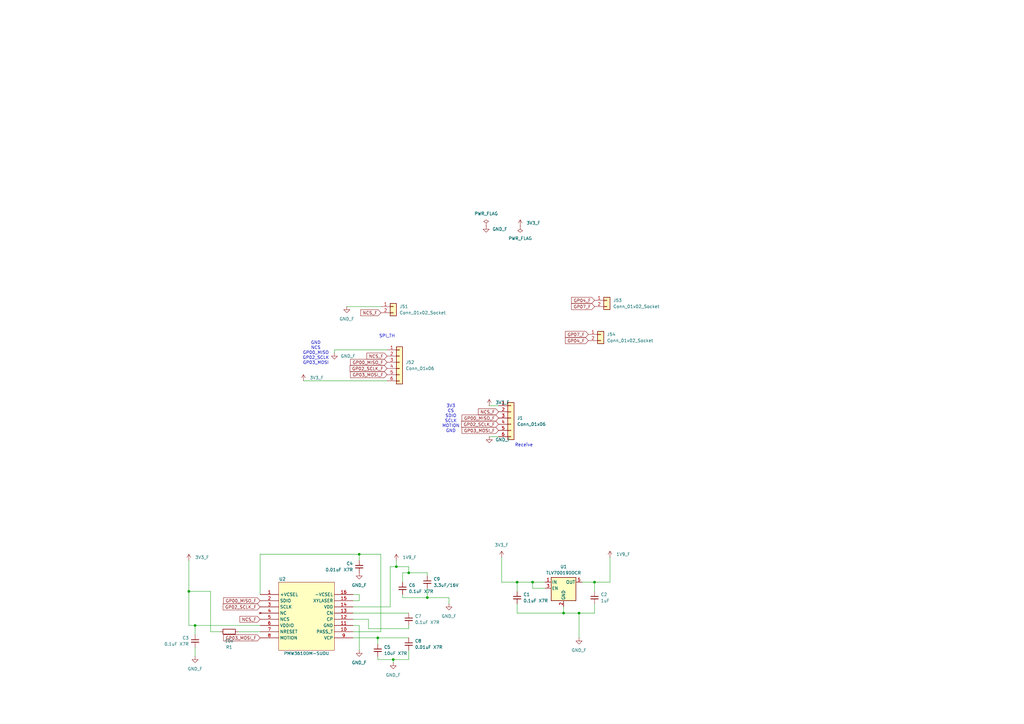
<source format=kicad_sch>
(kicad_sch (version 20250114) (generator "eeschema") (generator_version "9.0")
  (paper "A3")
  (lib_symbols
    (symbol "Connector_Generic:Conn_01x02" (pin_names (offset 1.016) (hide yes))
      (property "Reference" "J" (at 0 2.54 0))
      (property "Value" "Conn_01x02" (at 0 -5.08 0))
      (symbol "Conn_01x02_1_1"
        (rectangle (start -1.27 1.27) (end 1.27 -3.81) (stroke (width 0.254)) (fill (type background)))
        (rectangle (start -1.27 0.127) (end 0 -0.127) (stroke (width 0.1524)))
        (rectangle (start -1.27 -2.413) (end 0 -2.667) (stroke (width 0.1524)))
        (pin passive line (at -5.08 0 0) (length 3.81) (name "Pin_1") (number "1"))
        (pin passive line (at -5.08 -2.54 0) (length 3.81) (name "Pin_2") (number "2"))
      )
    )
    (symbol "Connector_Generic:Conn_01x06" (pin_names (offset 1.016) (hide yes))
      (property "Reference" "J" (at 0 7.62 0))
      (property "Value" "Conn_01x06" (at 0 -10.16 0))
      (symbol "Conn_01x06_1_1"
        (rectangle (start -1.27 6.35) (end 1.27 -8.89) (stroke (width 0.254)) (fill (type background)))
        (rectangle (start -1.27 5.207) (end 0 4.953) (stroke (width 0.1524)))
        (rectangle (start -1.27 2.667) (end 0 2.413) (stroke (width 0.1524)))
        (rectangle (start -1.27 0.127) (end 0 -0.127) (stroke (width 0.1524)))
        (rectangle (start -1.27 -2.413) (end 0 -2.667) (stroke (width 0.1524)))
        (rectangle (start -1.27 -4.953) (end 0 -5.207) (stroke (width 0.1524)))
        (rectangle (start -1.27 -7.493) (end 0 -7.747) (stroke (width 0.1524)))
        (pin passive line (at -5.08 5.08 0) (length 3.81) (name "Pin_1") (number "1"))
        (pin passive line (at -5.08 2.54 0) (length 3.81) (name "Pin_2") (number "2"))
        (pin passive line (at -5.08 0 0) (length 3.81) (name "Pin_3") (number "3"))
        (pin passive line (at -5.08 -2.54 0) (length 3.81) (name "Pin_4") (number "4"))
        (pin passive line (at -5.08 -5.08 0) (length 3.81) (name "Pin_5") (number "5"))
        (pin passive line (at -5.08 -7.62 0) (length 3.81) (name "Pin_6") (number "6"))
      )
    )
    (symbol "Device:C_Small" (pin_numbers (hide yes)) (pin_names (offset 0.254) (hide yes))
      (property "Reference" "C" (at 0.254 1.778 0))
      (property "Value" "C_Small" (at 0.254 -2.032 0))
      (symbol "C_Small_0_1"
        (polyline (pts (xy -1.524 0.508) (xy 1.524 0.508)) (stroke (width 0.3048)))
        (polyline (pts (xy -1.524 -0.508) (xy 1.524 -0.508)) (stroke (width 0.3302)))
      )
      (symbol "C_Small_1_1"
        (pin passive line (at 0 2.54 270) (length 2.032) (name "~") (number "1"))
        (pin passive line (at 0 -2.54 90) (length 2.032) (name "~") (number "2"))
      )
    )
    (symbol "Device:R" (pin_numbers (hide yes)) (pin_names (offset 0))
      (property "Reference" "R" (at 2.032 0 90))
      (property "Value" "R" (at 0 0 90))
      (symbol "R_0_1"
        (rectangle (start -1.016 -2.54) (end 1.016 2.54) (stroke (width 0.254)))
      )
      (symbol "R_1_1"
        (pin passive line (at 0 3.81 270) (length 1.27) (name "~") (number "1"))
        (pin passive line (at 0 -3.81 90) (length 1.27) (name "~") (number "2"))
      )
    )
    (symbol "Regulator_Linear:TLV70019_SOT23-5" (pin_names (offset 0.254))
      (property "Reference" "U" (at -3.81 5.715 0))
      (property "Value" "TLV70019_SOT23-5" (at 0 5.715 0))
      (symbol "TLV70019_SOT23-5_0_1"
        (rectangle (start -5.08 4.445) (end 5.08 -5.08) (stroke (width 0.254)) (fill (type background)))
      )
      (symbol "TLV70019_SOT23-5_1_1"
        (pin power_in line (at -7.62 2.54 0) (length 2.54) (name "IN") (number "1"))
        (pin input line (at -7.62 0 0) (length 2.54) (name "EN") (number "3"))
        (pin power_in line (at 0 -7.62 90) (length 2.54) (name "GND") (number "2"))
        (pin no_connect line (at 5.08 0 180) (length 2.54) (hide yes) (name "NC") (number "4"))
        (pin power_out line (at 7.62 2.54 180) (length 2.54) (name "OUT") (number "5"))
      )
    )
    (symbol "power:+1V8" (power) (pin_numbers (hide yes)) (pin_names (offset 0) (hide yes))
      (property "Value" "+1V8" (at 0 3.556 0))
      (symbol "+1V8_0_1"
        (polyline (pts (xy -0.762 1.27) (xy 0 2.54)))
        (polyline (pts (xy 0 2.54) (xy 0.762 1.27)))
        (polyline (pts (xy 0 0) (xy 0 2.54)))
      )
      (symbol "+1V8_1_1"
        (pin power_in line (at 0 0 90) (length 0) (name "~") (number "1"))
      )
    )
    (symbol "power:+3.3V" (power) (pin_numbers (hide yes)) (pin_names (offset 0) (hide yes))
      (property "Value" "+3.3V" (at 0 3.556 0))
      (symbol "+3.3V_0_1"
        (polyline (pts (xy -0.762 1.27) (xy 0 2.54)))
        (polyline (pts (xy 0 2.54) (xy 0.762 1.27)))
        (polyline (pts (xy 0 0) (xy 0 2.54)))
      )
      (symbol "+3.3V_1_1"
        (pin power_in line (at 0 0 90) (length 0) (name "~") (number "1"))
      )
    )
    (symbol "power:GND" (power) (pin_numbers (hide yes)) (pin_names (offset 0) (hide yes))
      (property "Value" "GND" (at 0 -3.81 0))
      (symbol "GND_0_1"
        (polyline (pts (xy 0 0) (xy 0 -1.27) (xy 1.27 -1.27) (xy 0 -2.54) (xy -1.27 -1.27) (xy 0 -1.27)))
      )
      (symbol "GND_1_1"
        (pin power_in line (at 0 0 270) (length 0) (name "~") (number "1"))
      )
    )
    (symbol "power:PWR_FLAG" (power) (pin_numbers (hide yes)) (pin_names (offset 0) (hide yes))
      (property "Value" "PWR_FLAG" (at 0 3.81 0))
      (symbol "PWR_FLAG_0_0"
        (pin power_out line (at 0 0 90) (length 0) (name "~") (number "1"))
      )
      (symbol "PWR_FLAG_0_1"
        (polyline (pts (xy 0 0) (xy 0 1.27) (xy -1.016 1.905) (xy 0 2.54) (xy 1.016 1.905) (xy 0 1.27)))
      )
    )
    (symbol "power:VCC" (power) (pin_numbers (hide yes)) (pin_names (offset 0) (hide yes))
      (property "Value" "VCC" (at 0 3.556 0))
      (symbol "VCC_0_1"
        (polyline (pts (xy -0.762 1.27) (xy 0 2.54)))
        (polyline (pts (xy 0 2.54) (xy 0.762 1.27)))
        (polyline (pts (xy 0 0) (xy 0 2.54)))
      )
      (symbol "VCC_1_1"
        (pin power_in line (at 0 0 90) (length 0) (name "~") (number "1"))
      )
    )
    (symbol "seiboku-symbols:PMW3610-SUDU"
      (property "Reference" "U" (at -10.668 15.24 0))
      (symbol "PMW3610-SUDU_1_0"
        (rectangle (start -11.43 13.97) (end 11.43 -13.97) (fill (type background)))
      )
      (symbol "PMW3610-SUDU_1_1"
        (pin power_in line (at -19.05 8.89 0) (length 7.62) (name "+VCSEL") (number "1"))
        (pin bidirectional line (at -19.05 6.35 0) (length 7.62) (name "SDIO") (number "2"))
        (pin input line (at -19.05 3.81 0) (length 7.62) (name "SCLK") (number "3"))
        (pin no_connect line (at -19.05 1.27 0) (length 7.62) (name "NC") (number "4"))
        (pin input line (at -19.05 -1.27 0) (length 7.62) (name "NCS") (number "5"))
        (pin power_in line (at -19.05 -3.81 0) (length 7.62) (name "VDDIO") (number "6"))
        (pin input line (at -19.05 -6.35 0) (length 7.62) (name "NRESET") (number "7"))
        (pin output line (at -19.05 -8.89 0) (length 7.62) (name "MOTION") (number "8"))
        (pin power_in line (at 19.05 8.89 180) (length 7.62) (name "-VCSEL") (number "16"))
        (pin power_in line (at 19.05 6.35 180) (length 7.62) (name "XYLASER") (number "15"))
        (pin power_in line (at 19.05 3.81 180) (length 7.62) (name "VDD") (number "14"))
        (pin power_in line (at 19.05 1.27 180) (length 7.62) (name "CN") (number "13"))
        (pin power_out line (at 19.05 -1.27 180) (length 7.62) (name "CP") (number "12"))
        (pin power_in line (at 19.05 -3.81 180) (length 7.62) (name "GND") (number "11"))
        (pin power_in line (at 19.05 -6.35 180) (length 7.62) (name "PASS_T") (number "10"))
        (pin power_out line (at 19.05 -8.89 180) (length 7.62) (name "VCP") (number "9"))
      )
    )
  )
  (text "SPI_TH" (at 158.75 137.922 0) (effects (font (size 1.27 1.27))))
  (text "Receive" (at 214.884 182.626 0) (effects (font (size 1.27 1.27))))
  (text "3V3\nCS\nSDIO\nSCLK\nMOTION\nGND" (at 184.912 171.704 0) (effects (font (size 1.27 1.27))))
  (text "GND\nNCS\nGP00_MISO\nGP02_SCLK\nGP03_MOSI" (at 129.54 144.78 0) (effects (font (size 1.27 1.27))))
  (junction (at 231.14 251.46))
  (junction (at 243.84 238.76))
  (junction (at 162.56 232.41))
  (junction (at 147.32 227.33))
  (junction (at 161.29 270.51))
  (junction (at 77.47 242.57))
  (junction (at 212.09 238.76))
  (junction (at 237.49 251.46))
  (junction (at 218.44 238.76))
  (junction (at 80.01 256.54))
  (junction (at 167.64 234.95))
  (junction (at 154.94 261.62))
  (junction (at 175.26 245.11))
  (wire (pts (xy 160.02 232.41) (xy 162.56 232.41)))
  (wire (pts (xy 147.32 256.54) (xy 147.32 266.7)))
  (wire (pts (xy 161.29 270.51) (xy 167.64 270.51)))
  (wire (pts (xy 167.64 257.81) (xy 167.64 256.54)))
  (wire (pts (xy 156.21 259.08) (xy 144.78 259.08)))
  (wire (pts (xy 175.26 241.3) (xy 175.26 245.11)))
  (wire (pts (xy 243.84 247.65) (xy 243.84 251.46)))
  (wire (pts (xy 151.13 254) (xy 144.78 254)))
  (wire (pts (xy 77.47 242.57) (xy 77.47 256.54)))
  (wire (pts (xy 167.64 270.51) (xy 167.64 266.7)))
  (wire (pts (xy 223.52 238.76) (xy 218.44 238.76)))
  (wire (pts (xy 212.09 238.76) (xy 212.09 242.57)))
  (wire (pts (xy 175.26 245.11) (xy 184.15 245.11)))
  (wire (pts (xy 80.01 256.54) (xy 106.68 256.54)))
  (wire (pts (xy 158.75 143.51) (xy 137.16 143.51)))
  (wire (pts (xy 106.68 243.84) (xy 106.68 227.33)))
  (wire (pts (xy 218.44 241.3) (xy 218.44 238.76)))
  (wire (pts (xy 250.19 238.76) (xy 250.19 228.6)))
  (wire (pts (xy 147.32 227.33) (xy 147.32 229.87)))
  (wire (pts (xy 162.56 232.41) (xy 167.64 232.41)))
  (wire (pts (xy 161.29 270.51) (xy 161.29 271.78)))
  (wire (pts (xy 212.09 247.65) (xy 212.09 251.46)))
  (wire (pts (xy 86.36 242.57) (xy 77.47 242.57)))
  (wire (pts (xy 162.56 229.87) (xy 162.56 232.41)))
  (wire (pts (xy 223.52 241.3) (xy 218.44 241.3)))
  (wire (pts (xy 184.15 247.65) (xy 184.15 245.11)))
  (wire (pts (xy 167.64 234.95) (xy 165.1 234.95)))
  (wire (pts (xy 165.1 234.95) (xy 165.1 238.76)))
  (wire (pts (xy 151.13 257.81) (xy 151.13 254)))
  (wire (pts (xy 218.44 238.76) (xy 212.09 238.76)))
  (wire (pts (xy 144.78 248.92) (xy 160.02 248.92)))
  (wire (pts (xy 97.79 259.08) (xy 106.68 259.08)))
  (wire (pts (xy 156.21 227.33) (xy 156.21 259.08)))
  (wire (pts (xy 165.1 243.84) (xy 165.1 245.11)))
  (wire (pts (xy 147.32 243.84) (xy 147.32 246.38)))
  (wire (pts (xy 167.64 234.95) (xy 175.26 234.95)))
  (wire (pts (xy 90.17 259.08) (xy 86.36 259.08)))
  (wire (pts (xy 144.78 243.84) (xy 147.32 243.84)))
  (wire (pts (xy 106.68 227.33) (xy 147.32 227.33)))
  (wire (pts (xy 160.02 248.92) (xy 160.02 232.41)))
  (wire (pts (xy 231.14 251.46) (xy 231.14 248.92)))
  (wire (pts (xy 237.49 251.46) (xy 237.49 261.62)))
  (wire (pts (xy 204.47 166.37) (xy 200.66 166.37)))
  (wire (pts (xy 77.47 256.54) (xy 80.01 256.54)))
  (wire (pts (xy 243.84 251.46) (xy 237.49 251.46)))
  (wire (pts (xy 144.78 251.46) (xy 167.64 251.46)))
  (wire (pts (xy 137.16 143.51) (xy 137.16 144.78)))
  (wire (pts (xy 154.94 269.24) (xy 154.94 270.51)))
  (wire (pts (xy 144.78 261.62) (xy 154.94 261.62)))
  (wire (pts (xy 167.64 257.81) (xy 151.13 257.81)))
  (wire (pts (xy 80.01 256.54) (xy 80.01 260.35)))
  (wire (pts (xy 147.32 246.38) (xy 144.78 246.38)))
  (wire (pts (xy 124.46 156.21) (xy 158.75 156.21)))
  (wire (pts (xy 200.66 179.07) (xy 204.47 179.07)))
  (wire (pts (xy 238.76 238.76) (xy 243.84 238.76)))
  (wire (pts (xy 167.64 232.41) (xy 167.64 234.95)))
  (wire (pts (xy 231.14 251.46) (xy 237.49 251.46)))
  (wire (pts (xy 142.24 125.73) (xy 156.21 125.73)))
  (wire (pts (xy 205.74 238.76) (xy 205.74 228.6)))
  (wire (pts (xy 212.09 251.46) (xy 231.14 251.46)))
  (wire (pts (xy 86.36 259.08) (xy 86.36 242.57)))
  (wire (pts (xy 243.84 238.76) (xy 250.19 238.76)))
  (wire (pts (xy 80.01 265.43) (xy 80.01 269.24)))
  (wire (pts (xy 175.26 236.22) (xy 175.26 234.95)))
  (wire (pts (xy 243.84 238.76) (xy 243.84 242.57)))
  (wire (pts (xy 77.47 229.87) (xy 77.47 242.57)))
  (wire (pts (xy 154.94 270.51) (xy 161.29 270.51)))
  (wire (pts (xy 212.09 238.76) (xy 205.74 238.76)))
  (wire (pts (xy 165.1 245.11) (xy 175.26 245.11)))
  (wire (pts (xy 144.78 256.54) (xy 147.32 256.54)))
  (wire (pts (xy 154.94 261.62) (xy 154.94 264.16)))
  (wire (pts (xy 154.94 261.62) (xy 167.64 261.62)))
  (wire (pts (xy 147.32 227.33) (xy 156.21 227.33)))
  (global_label "NCS_F" (shape input) (at 106.68 254 180) (property "Intersheetrefs" "${INTERSHEET_REFS}" (effects (hide yes))))
  (global_label "GP04_F" (shape input) (at 243.84 123.19 180) (property "Intersheetrefs" "${INTERSHEET_REFS}" (effects (hide yes))))
  (global_label "GP03_MOSI_F" (shape input) (at 204.47 176.53 180) (property "Intersheetrefs" "${INTERSHEET_REFS}" (effects (hide yes))))
  (global_label "GP03_MOSI_F" (shape input) (at 106.68 261.62 180) (property "Intersheetrefs" "${INTERSHEET_REFS}" (effects (hide yes))))
  (global_label "GP02_SCLK_F" (shape input) (at 106.68 248.92 180) (property "Intersheetrefs" "${INTERSHEET_REFS}" (effects (hide yes))))
  (global_label "NCS_F" (shape input) (at 158.75 146.05 180) (property "Intersheetrefs" "${INTERSHEET_REFS}" (effects (hide yes))))
  (global_label "GP03_MOSI_F" (shape input) (at 158.75 153.67 180) (property "Intersheetrefs" "${INTERSHEET_REFS}" (effects (hide yes))))
  (global_label "GP00_MISO_F" (shape input) (at 106.68 246.38 180) (property "Intersheetrefs" "${INTERSHEET_REFS}" (effects (hide yes))))
  (global_label "NCS_F" (shape input) (at 156.21 128.27 180) (property "Intersheetrefs" "${INTERSHEET_REFS}" (effects (hide yes))))
  (global_label "GP02_SCLK_F" (shape input) (at 158.75 151.13 180) (property "Intersheetrefs" "${INTERSHEET_REFS}" (effects (hide yes))))
  (global_label "GP07_F" (shape input) (at 243.84 125.73 180) (property "Intersheetrefs" "${INTERSHEET_REFS}" (effects (hide yes))))
  (global_label "GP04_F" (shape input) (at 241.3 139.7 180) (property "Intersheetrefs" "${INTERSHEET_REFS}" (effects (hide yes))))
  (global_label "GP07_F" (shape input) (at 241.3 137.16 180) (property "Intersheetrefs" "${INTERSHEET_REFS}" (effects (hide yes))))
  (global_label "GP00_MISO_F" (shape input) (at 158.75 148.59 180) (property "Intersheetrefs" "${INTERSHEET_REFS}" (effects (hide yes))))
  (global_label "GP02_SCLK_F" (shape input) (at 204.47 173.99 180) (property "Intersheetrefs" "${INTERSHEET_REFS}" (effects (hide yes))))
  (global_label "NCS_F" (shape input) (at 204.47 168.91 180) (property "Intersheetrefs" "${INTERSHEET_REFS}" (effects (hide yes))))
  (global_label "GP00_MISO_F" (shape input) (at 204.47 171.45 180) (property "Intersheetrefs" "${INTERSHEET_REFS}" (effects (hide yes))))
  (symbol (lib_id "Connector_Generic:Conn_01x02") (at 248.92 123.19 0) (unit 1)
    (property "Reference" "J53" (at 251.46 123.1899 0) (effects (justify left)))
    (property "Value" "Conn_01x02_Socket" (at 251.46 125.7299 0) (effects (justify left)))
    (property "Footprint" "Connector_PinHeader_2.54mm:PinHeader_1x02_P2.54mm_Horizontal" (effects (hide yes)))
    (property "Description" "Generic connector, single row, 01x02, script generated (kicad-library-utils/schlib/autogen/connector/)" (effects (hide yes)))
  )
  (symbol (lib_id "Device:C_Small") (at 243.84 245.11 0) (unit 1)
    (property "Reference" "C2" (at 246.38 243.8462 0) (effects (justify left)))
    (property "Value" "1uF" (at 246.38 246.3862 0) (effects (justify left)))
    (property "Footprint" "Capacitor_SMD:C_0805_2012Metric_Pad1.18x1.45mm_HandSolder" (effects (hide yes)))
    (property "Datasheet" "https://www.zaikostore.com/zaikostore/stockDetail?productIdOfHitotsukara=pr15192734&productName_forFind=MSASL219SB5105KTNA01+(LMK212BJ105KD-T)&typeStock_forFind=all" (effects (hide yes)))
    (property "Description" "Unpolarized capacitor, small symbol" (effects (hide yes)))
  )
  (symbol (lib_id "power:GND") (at 184.15 247.65 0) (unit 1)
    (property "Reference" "#PWR01" (effects (hide yes)))
    (property "Value" "GND_F" (at 184.15 252.73 0))
    (property "Description" "Power symbol creates a global label with name \"GND\" , ground" (effects (hide yes)))
  )
  (symbol (lib_id "Device:C_Small") (at 80.01 262.89 0) (mirror y) (unit 1)
    (property "Reference" "C3" (at 77.47 261.6262 0) (effects (justify left)))
    (property "Value" "0.1uF X7R" (at 77.47 264.1662 0) (effects (justify left)))
    (property "Footprint" "Capacitor_SMD:C_0805_2012Metric_Pad1.18x1.45mm_HandSolder" (effects (hide yes)))
    (property "Datasheet" "https://www.zaikostore.com/zaikostore/stockDetail?productIdOfHitotsukara=pr18030662&productName_forFind=C0805C104J5RACAUTO&typeStock_forFind=all" (effects (hide yes)))
    (property "Description" "Unpolarized capacitor, small symbol" (effects (hide yes)))
  )
  (symbol (lib_id "power:+3.3V") (at 77.47 229.87 0) (unit 1)
    (property "Reference" "#PWR08" (effects (hide yes)))
    (property "Value" "3V3_F" (at 80.01 228.5999 0) (effects (justify left)))
    (property "Description" "Power symbol creates a global label with name \"+3.3V\"" (effects (hide yes)))
  )
  (symbol (lib_id "Regulator_Linear:TLV70019_SOT23-5") (at 231.14 241.3 0) (unit 1)
    (property "Reference" "U1" (at 231.14 232.41 0))
    (property "Value" "TLV70019DDCR" (at 231.14 234.95 0))
    (property "Footprint" "Package_TO_SOT_SMD:SOT-23-5_HandSoldering" (effects (hide yes)))
    (property "Datasheet" "http://www.ti.com/lit/ds/symlink/tlv700.pdf" (effects (hide yes)))
    (property "Description" "200mA Low Dropout Voltage Regulator, Fixed Output 1.9V, SOT-23-5" (effects (hide yes)))
  )
  (symbol (lib_id "Device:C_Small") (at 147.32 232.41 0) (mirror y) (unit 1)
    (property "Reference" "C4" (at 144.78 231.1462 0) (effects (justify left)))
    (property "Value" "0.01uF X7R" (at 144.78 233.6862 0) (effects (justify left)))
    (property "Footprint" "Capacitor_SMD:C_0805_2012Metric_Pad1.18x1.45mm_HandSolder" (effects (hide yes)))
    (property "Datasheet" "https://www.zaikostore.com/zaikostore/stockDetail?stockID=st39583481&productIdOfHitotsukara=pr13857527&qtyProductAll=3450.0" (effects (hide yes)))
    (property "Description" "Unpolarized capacitor, small symbol" (effects (hide yes)))
  )
  (symbol (lib_id "Device:R") (at 93.98 259.08 270) (mirror x) (unit 1)
    (property "Reference" "R1" (at 93.98 265.43 90))
    (property "Value" "10k" (at 93.98 262.89 90))
    (property "Footprint" "Resistor_SMD:R_0805_2012Metric_Pad1.20x1.40mm_HandSolder" (effects (hide yes)))
    (property "Datasheet" "https://www.zaikostore.com/zaikostore/stockDetail?stockID=st49073235&productIdOfHitotsukara=pr4066689&qtyProductAll=118737.0" (effects (hide yes)))
    (property "Description" "Resistor" (effects (hide yes)))
  )
  (symbol (lib_id "power:GND") (at 147.32 234.95 0) (unit 1)
    (property "Reference" "#PWR010" (effects (hide yes)))
    (property "Value" "GND_F" (at 147.32 240.03 0))
    (property "Description" "Power symbol creates a global label with name \"GND\" , ground" (effects (hide yes)))
  )
  (symbol (lib_id "power:GND") (at 80.01 269.24 0) (unit 1)
    (property "Reference" "#PWR09" (effects (hide yes)))
    (property "Value" "GND_F" (at 80.01 274.32 0))
    (property "Description" "Power symbol creates a global label with name \"GND\" , ground" (effects (hide yes)))
  )
  (symbol (lib_id "power:GND") (at 147.32 266.7 0) (unit 1)
    (property "Reference" "#PWR011" (effects (hide yes)))
    (property "Value" "GND_F" (at 147.32 271.78 0))
    (property "Description" "Power symbol creates a global label with name \"GND\" , ground" (effects (hide yes)))
  )
  (symbol (lib_id "power:GND") (at 199.39 92.71 0) (unit 1)
    (property "Reference" "#PWR06" (effects (hide yes)))
    (property "Value" "GND_F" (at 201.93 93.9799 0) (effects (justify left)))
    (property "Description" "Power symbol creates a global label with name \"GND\" , ground" (effects (hide yes)))
  )
  (symbol (lib_id "Connector_Generic:Conn_01x06") (at 163.83 148.59 0) (unit 1)
    (property "Reference" "J52" (at 166.37 148.5899 0) (effects (justify left)))
    (property "Value" "Conn_01x06" (at 166.37 151.1299 0) (effects (justify left)))
    (property "Footprint" "Connector_PinHeader_2.54mm:PinHeader_1x06_P2.54mm_Horizontal" (effects (hide yes)))
    (property "Description" "Generic connector, single row, 01x06, script generated (kicad-library-utils/schlib/autogen/connector/)" (effects (hide yes)))
  )
  (symbol (lib_id "Connector_Generic:Conn_01x02") (at 161.29 125.73 0) (unit 1)
    (property "Reference" "J51" (at 163.83 125.7299 0) (effects (justify left)))
    (property "Value" "Conn_01x02_Socket" (at 163.83 128.2699 0) (effects (justify left)))
    (property "Footprint" "Connector_PinHeader_2.54mm:PinHeader_1x02_P2.54mm_Horizontal" (effects (hide yes)))
    (property "Description" "Generic connector, single row, 01x02, script generated (kicad-library-utils/schlib/autogen/connector/)" (effects (hide yes)))
  )
  (symbol (lib_id "Device:C_Small") (at 167.64 254 0) (unit 1)
    (property "Reference" "C7" (at 170.18 252.7362 0) (effects (justify left)))
    (property "Value" "0.1uF X7R" (at 170.18 255.2762 0) (effects (justify left)))
    (property "Footprint" "Capacitor_SMD:C_0805_2012Metric_Pad1.18x1.45mm_HandSolder" (effects (hide yes)))
    (property "Datasheet" "https://www.zaikostore.com/zaikostore/stockDetail?productIdOfHitotsukara=pr18030662&productName_forFind=C0805C104J5RACAUTO&typeStock_forFind=all" (effects (hide yes)))
    (property "Description" "Unpolarized capacitor, small symbol" (effects (hide yes)))
  )
  (symbol (lib_id "power:GND") (at 237.49 261.62 0) (unit 1)
    (property "Reference" "#PWR03" (effects (hide yes)))
    (property "Value" "GND_F" (at 237.49 266.7 0))
    (property "Description" "Power symbol creates a global label with name \"GND\" , ground" (effects (hide yes)))
  )
  (symbol (lib_id "power:+1V8") (at 250.19 228.6 0) (unit 1)
    (property "Reference" "#PWR05" (effects (hide yes)))
    (property "Value" "1V9_F" (at 252.73 227.3299 0) (effects (justify left)))
    (property "Description" "Power symbol creates a global label with name \"+1V8\"" (effects (hide yes)))
  )
  (symbol (lib_id "Device:C_Small") (at 212.09 245.11 0) (unit 1)
    (property "Reference" "C1" (at 214.63 243.8462 0) (effects (justify left)))
    (property "Value" "0.1uF X7R" (at 214.63 246.3862 0) (effects (justify left)))
    (property "Footprint" "Capacitor_SMD:C_0805_2012Metric_Pad1.18x1.45mm_HandSolder" (effects (hide yes)))
    (property "Datasheet" "https://www.zaikostore.com/zaikostore/stockDetail?productIdOfHitotsukara=pr18030662&productName_forFind=C0805C104J5RACAUTO&typeStock_forFind=all" (effects (hide yes)))
    (property "Description" "Unpolarized capacitor, small symbol" (effects (hide yes)))
  )
  (symbol (lib_id "power:+3.3V") (at 205.74 228.6 0) (unit 1)
    (property "Reference" "#PWR02" (effects (hide yes)))
    (property "Value" "3V3_F" (at 205.74 223.52 0))
    (property "Description" "Power symbol creates a global label with name \"+3.3V\"" (effects (hide yes)))
  )
  (symbol (lib_id "Connector_Generic:Conn_01x02") (at 246.38 137.16 0) (unit 1)
    (property "Reference" "J54" (at 248.92 137.1599 0) (effects (justify left)))
    (property "Value" "Conn_01x02_Socket" (at 248.92 139.6999 0) (effects (justify left)))
    (property "Footprint" "Connector_PinHeader_2.54mm:PinHeader_1x02_P2.54mm_Horizontal" (effects (hide yes)))
    (property "Description" "Generic connector, single row, 01x02, script generated (kicad-library-utils/schlib/autogen/connector/)" (effects (hide yes)))
  )
  (symbol (lib_id "Device:C_Small") (at 154.94 266.7 0) (unit 1)
    (property "Reference" "C5" (at 157.48 265.4362 0) (effects (justify left)))
    (property "Value" "10uF X7R" (at 157.48 267.9762 0) (effects (justify left)))
    (property "Footprint" "Capacitor_SMD:C_0805_2012Metric_Pad1.18x1.45mm_HandSolder" (effects (hide yes)))
    (property "Datasheet" "https://www.zaikostore.com/zaikostore/stockDetail?stockID=st47356945&productIdOfHitotsukara=pr15192624&qtyProductAll=8270.0" (effects (hide yes)))
    (property "Description" "Unpolarized capacitor, small symbol" (effects (hide yes)))
  )
  (symbol (lib_id "Device:C_Small") (at 165.1 241.3 0) (unit 1)
    (property "Reference" "C6" (at 167.64 240.0362 0) (effects (justify left)))
    (property "Value" "0.1uF X7R" (at 167.64 242.5762 0) (effects (justify left)))
    (property "Footprint" "Capacitor_SMD:C_0805_2012Metric_Pad1.18x1.45mm_HandSolder" (effects (hide yes)))
    (property "Datasheet" "https://www.zaikostore.com/zaikostore/stockDetail?productIdOfHitotsukara=pr18030662&productName_forFind=C0805C104J5RACAUTO&typeStock_forFind=all" (effects (hide yes)))
    (property "Description" "Unpolarized capacitor, small symbol" (effects (hide yes)))
  )
  (symbol (lib_id "power:PWR_FLAG") (at 199.39 92.71 0) (unit 1)
    (property "Reference" "#FLG02" (effects (hide yes)))
    (property "Value" "PWR_FLAG" (at 199.39 87.63 0))
    (property "Description" "Special symbol for telling ERC where power comes from" (effects (hide yes)))
  )
  (symbol (lib_id "power:VCC") (at 124.46 156.21 0) (unit 1)
    (property "Reference" "#PWR028" (effects (hide yes)))
    (property "Value" "3V3_F" (at 127 154.9399 0) (effects (justify left)))
    (property "Description" "Power symbol creates a global label with name \"VCC\"" (effects (hide yes)))
  )
  (symbol (lib_id "Connector_Generic:Conn_01x06") (at 209.55 171.45 0) (unit 1)
    (property "Reference" "J1" (at 212.09 171.4499 0) (effects (justify left)))
    (property "Value" "Conn_01x06" (at 212.09 173.9899 0) (effects (justify left)))
    (property "Footprint" "Connector_FFC-FPC:Hirose_FH12-6S-0.5SH_1x06-1MP_P0.50mm_Horizontal" (effects (hide yes)))
    (property "Description" "Generic connector, single row, 01x06, script generated (kicad-library-utils/schlib/autogen/connector/)" (effects (hide yes)))
  )
  (symbol (lib_id "power:+1V8") (at 162.56 229.87 0) (unit 1)
    (property "Reference" "#PWR013" (effects (hide yes)))
    (property "Value" "1V9_F" (at 165.1 228.5999 0) (effects (justify left)))
    (property "Description" "Power symbol creates a global label with name \"+1V8\"" (effects (hide yes)))
  )
  (symbol (lib_id "power:GND") (at 142.24 125.73 0) (unit 1)
    (property "Reference" "#PWR04" (effects (hide yes)))
    (property "Value" "GND_F" (at 142.24 130.81 0))
    (property "Description" "Power symbol creates a global label with name \"GND\" , ground" (effects (hide yes)))
  )
  (symbol (lib_id "power:PWR_FLAG") (at 213.36 92.71 180) (unit 1)
    (property "Reference" "#FLG03" (effects (hide yes)))
    (property "Value" "PWR_FLAG" (at 213.36 97.79 0))
    (property "Description" "Special symbol for telling ERC where power comes from" (effects (hide yes)))
  )
  (symbol (lib_id "power:GND") (at 137.16 144.78 0) (unit 1)
    (property "Reference" "#PWR029" (effects (hide yes)))
    (property "Value" "GND_F" (at 139.7 146.0499 0) (effects (justify left)))
    (property "Description" "Power symbol creates a global label with name \"GND\" , ground" (effects (hide yes)))
  )
  (symbol (lib_id "Device:C_Small") (at 175.26 238.76 0) (mirror y) (unit 1)
    (property "Reference" "C9" (at 177.8 237.4962 0) (effects (justify right)))
    (property "Value" "3.3uF/16V" (at 177.8 240.0362 0) (effects (justify right)))
    (property "Footprint" "Capacitor_SMD:C_0805_2012Metric_Pad1.18x1.45mm_HandSolder" (effects (hide yes)))
    (property "Datasheet" "https://www.zaikostore.com/zaikostore/stockDetail?productIdOfHitotsukara=pr7759198&productName_forFind=C2012X5R1C335K060AC&typeStock_forFind=all" (effects (hide yes)))
    (property "Description" "Unpolarized capacitor, small symbol" (effects (hide yes)))
  )
  (symbol (lib_id "seiboku-symbols:PMW3610-SUDU") (at 125.73 252.73 0) (unit 1)
    (property "Reference" "U2" (at 115.824 237.49 0))
    (property "Value" "PMW3610DM-SUDU" (at 125.73 267.97 0))
    (property "Footprint" "Rikkodo_FootPrint:PMW3610DM-SUDU" (effects (hide yes)))
  )
  (symbol (lib_id "Device:C_Small") (at 167.64 264.16 0) (unit 1)
    (property "Reference" "C8" (at 170.18 262.8962 0) (effects (justify left)))
    (property "Value" "0.01uF X7R" (at 170.18 265.4362 0) (effects (justify left)))
    (property "Footprint" "Capacitor_SMD:C_0805_2012Metric_Pad1.18x1.45mm_HandSolder" (effects (hide yes)))
    (property "Datasheet" "https://www.zaikostore.com/zaikostore/stockDetail?stockID=st39583481&productIdOfHitotsukara=pr13857527&qtyProductAll=3450.0" (effects (hide yes)))
    (property "Description" "Unpolarized capacitor, small symbol" (effects (hide yes)))
  )
  (symbol (lib_id "power:GND") (at 200.66 179.07 0) (unit 1)
    (property "Reference" "#PWR026" (effects (hide yes)))
    (property "Value" "GND_F" (at 203.2 180.34 0) (effects (justify left)))
    (property "Description" "Power symbol creates a global label with name \"GND\" , ground" (effects (hide yes)))
  )
  (symbol (lib_id "power:GND") (at 161.29 271.78 0) (unit 1)
    (property "Reference" "#PWR012" (effects (hide yes)))
    (property "Value" "GND_F" (at 161.29 276.86 0))
    (property "Description" "Power symbol creates a global label with name \"GND\" , ground" (effects (hide yes)))
  )
  (symbol (lib_id "power:VCC") (at 213.36 92.71 0) (unit 1)
    (property "Reference" "#PWR014" (effects (hide yes)))
    (property "Value" "3V3_F" (at 215.9 91.4399 0) (effects (justify left)))
    (property "Description" "Power symbol creates a global label with name \"VCC\"" (effects (hide yes)))
  )
  (symbol (lib_id "power:VCC") (at 200.66 166.37 0) (unit 1)
    (property "Reference" "#PWR020" (effects (hide yes)))
    (property "Value" "3V3_F" (at 203.2 165.0999 0) (effects (justify left)))
    (property "Description" "Power symbol creates a global label with name \"VCC\"" (effects (hide yes)))
  )
)
</source>
